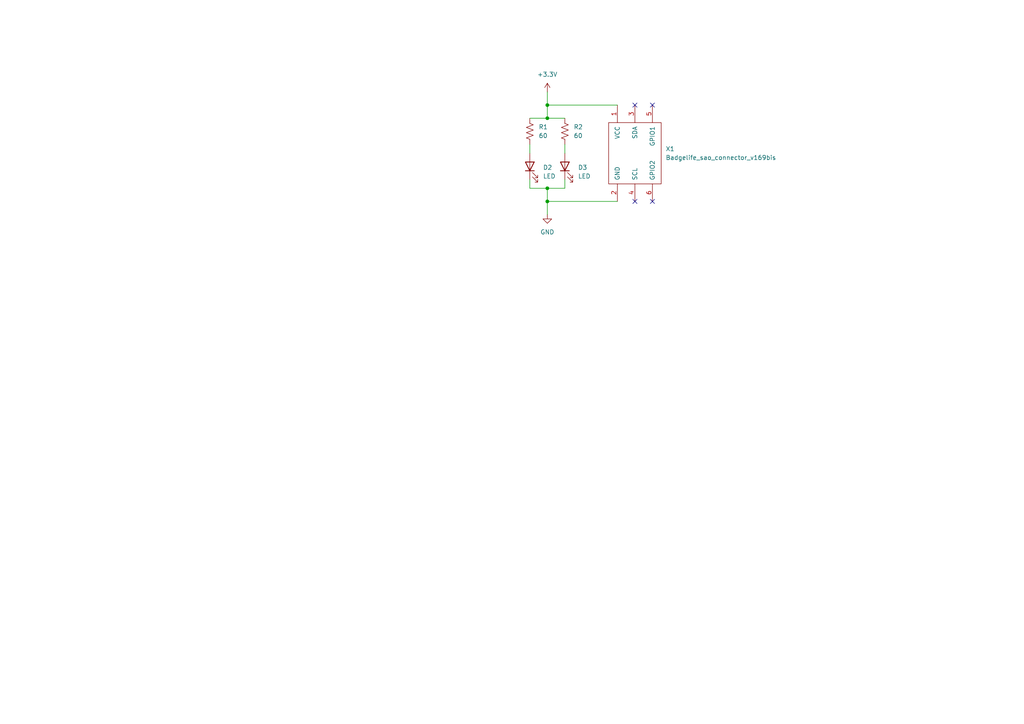
<source format=kicad_sch>
(kicad_sch (version 20231120) (generator "eeschema") (generator_version "8.0")
  (paper "A4")
  (lib_symbols
    (symbol "Device:LED" (pin_numbers hide) (pin_names (offset 1.016) hide)
      (property "Reference" "D" (at 0 2.54 0))
      (property "Value" "LED" (at 0 -2.54 0))
      (symbol "LED_0_1"
        (polyline (pts (xy -1.27 -1.27) (xy -1.27 1.27)) (stroke (width 0.254)))
        (polyline (pts (xy -1.27 0) (xy 1.27 0)))
        (polyline (pts (xy 1.27 -1.27) (xy 1.27 1.27) (xy -1.27 0) (xy 1.27 -1.27)) (stroke (width 0.254)))
        (polyline (pts (xy -3.048 -0.762) (xy -4.572 -2.286) (xy -3.81 -2.286) (xy -4.572 -2.286) (xy -4.572 -1.524)))
        (polyline (pts (xy -1.778 -0.762) (xy -3.302 -2.286) (xy -2.54 -2.286) (xy -3.302 -2.286) (xy -3.302 -1.524)))
      )
      (symbol "LED_1_1"
        (pin passive line (at -3.81 0 0) (length 2.54) (name "K") (number "1"))
        (pin passive line (at 3.81 0 180) (length 2.54) (name "A") (number "2"))
      )
    )
    (symbol "Device:R_US" (pin_numbers hide) (pin_names (offset 0))
      (property "Reference" "R" (at 2.54 0 90))
      (property "Value" "R_US" (at -2.54 0 90))
      (symbol "R_US_0_1"
        (polyline (pts (xy 0 -2.286) (xy 0 -2.54)))
        (polyline (pts (xy 0 2.286) (xy 0 2.54)))
        (polyline (pts (xy 0 -0.762) (xy 1.016 -1.143) (xy 0 -1.524) (xy -1.016 -1.905) (xy 0 -2.286)))
        (polyline (pts (xy 0 0.762) (xy 1.016 0.381) (xy 0 0) (xy -1.016 -0.381) (xy 0 -0.762)))
        (polyline (pts (xy 0 2.286) (xy 1.016 1.905) (xy 0 1.524) (xy -1.016 1.143) (xy 0 0.762)))
      )
      (symbol "R_US_1_1"
        (pin passive line (at 0 3.81 270) (length 1.27) (name "~") (number "1"))
        (pin passive line (at 0 -3.81 90) (length 1.27) (name "~") (number "2"))
      )
    )
    (symbol "badgelife_shitty_addon_v169bis:Badgelife_sao_connector_v169bis" (pin_names (offset 1.016))
      (property "Reference" "X" (at 0 0 0))
      (property "Value" "Badgelife_sao_connector_v169bis" (at 0 20.32 0))
      (symbol "Badgelife_sao_connector_v169bis_0_1"
        (rectangle (start -7.62 8.89) (end 7.62 -8.89))
      )
      (symbol "Badgelife_sao_connector_v169bis_1_1"
        (pin input line (at -5.08 13.97 270) (length 5.08) (name "VCC") (number "1"))
        (pin input line (at -5.08 -13.97 90) (length 5.08) (name "GND") (number "2"))
        (pin input line (at 0 13.97 270) (length 5.08) (name "SDA") (number "3"))
        (pin input line (at 0 -13.97 90) (length 5.08) (name "SCL") (number "4"))
        (pin input line (at 5.08 13.97 270) (length 5.08) (name "GPIO1") (number "5"))
        (pin input line (at 5.08 -13.97 90) (length 5.08) (name "GPIO2") (number "6"))
      )
    )
    (symbol "power:+3.3V" (power) (pin_numbers hide) (pin_names (offset 0) hide)
      (property "Value" "+3.3V" (at 0 3.556 0))
      (symbol "+3.3V_0_1"
        (polyline (pts (xy -0.762 1.27) (xy 0 2.54)))
        (polyline (pts (xy 0 0) (xy 0 2.54)))
        (polyline (pts (xy 0 2.54) (xy 0.762 1.27)))
      )
      (symbol "+3.3V_1_1"
        (pin power_in line (at 0 0 90) (length 0) (name "~") (number "1"))
      )
    )
    (symbol "power:GND" (power) (pin_numbers hide) (pin_names (offset 0) hide)
      (property "Value" "GND" (at 0 -3.81 0))
      (symbol "GND_0_1"
        (polyline (pts (xy 0 0) (xy 0 -1.27) (xy 1.27 -1.27) (xy 0 -2.54) (xy -1.27 -1.27) (xy 0 -1.27)))
      )
      (symbol "GND_1_1"
        (pin power_in line (at 0 0 270) (length 0) (name "~") (number "1"))
      )
    )
  )
  (junction (at 158.75 30.48))
  (junction (at 158.75 54.61))
  (junction (at 158.75 58.42))
  (junction (at 158.75 34.29))
  (no_connect (at 184.15 30.48))
  (no_connect (at 189.23 30.48))
  (no_connect (at 189.23 58.42))
  (no_connect (at 184.15 58.42))
  (wire (pts (xy 163.83 41.91) (xy 163.83 44.45)))
  (wire (pts (xy 153.67 52.07) (xy 153.67 54.61)))
  (wire (pts (xy 179.07 58.42) (xy 158.75 58.42)))
  (wire (pts (xy 158.75 30.48) (xy 158.75 34.29)))
  (wire (pts (xy 158.75 54.61) (xy 163.83 54.61)))
  (wire (pts (xy 153.67 41.91) (xy 153.67 44.45)))
  (wire (pts (xy 158.75 34.29) (xy 163.83 34.29)))
  (wire (pts (xy 158.75 58.42) (xy 158.75 54.61)))
  (wire (pts (xy 153.67 34.29) (xy 158.75 34.29)))
  (wire (pts (xy 158.75 62.23) (xy 158.75 58.42)))
  (wire (pts (xy 158.75 26.67) (xy 158.75 30.48)))
  (wire (pts (xy 153.67 54.61) (xy 158.75 54.61)))
  (wire (pts (xy 158.75 30.48) (xy 179.07 30.48)))
  (wire (pts (xy 163.83 54.61) (xy 163.83 52.07)))
  (symbol (lib_id "Device:LED") (at 153.67 48.26 90) (unit 1)
    (property "Reference" "D2" (at 157.48 48.5774 90) (effects (justify right)))
    (property "Value" "LED" (at 157.48 51.1174 90) (effects (justify right)))
    (property "Footprint" "BadgePirates_Common_Library-master:LED_Osram_Lx_P47F_D2mm_ReverseMount_Proper_Mask Only" (effects (hide yes)))
    (property "Description" "Light emitting diode" (effects (hide yes)))
  )
  (symbol (lib_id "power:+3.3V") (at 158.75 26.67 0) (unit 1)
    (property "Reference" "#PWR01" (effects (hide yes)))
    (property "Value" "+3.3V" (at 158.75 21.59 0))
    (property "Description" "Power symbol creates a global label with name \"+3.3V\"" (effects (hide yes)))
  )
  (symbol (lib_id "Device:R_US") (at 153.67 38.1 0) (unit 1)
    (property "Reference" "R1" (at 156.21 36.8299 0) (effects (justify left)))
    (property "Value" "60" (at 156.21 39.3699 0) (effects (justify left)))
    (property "Footprint" "Resistor_SMD:R_0805_2012Metric_Pad1.20x1.40mm_HandSolder" (effects (hide yes)))
    (property "Description" "Resistor, US symbol" (effects (hide yes)))
    (property "MFG" "YAGEO" (effects (hide yes)))
    (property "MPN" "RC0805JR-0756RL" (effects (hide yes)))
    (property "Vendor1" "LCSC" (effects (hide yes)))
    (property "Vendor PN 1" "C113305" (effects (hide yes)))
    (property "Vendor 2" "Digikey" (effects (hide yes)))
    (property "Vendor PN 2" "311-56ARCT-ND" (effects (hide yes)))
  )
  (symbol (lib_id "Device:R_US") (at 163.83 38.1 0) (unit 1)
    (property "Reference" "R2" (at 166.37 36.8299 0) (effects (justify left)))
    (property "Value" "60" (at 166.37 39.3699 0) (effects (justify left)))
    (property "Footprint" "Resistor_SMD:R_0805_2012Metric_Pad1.20x1.40mm_HandSolder" (effects (hide yes)))
    (property "Description" "Resistor, US symbol" (effects (hide yes)))
    (property "MFG" "YAGEO" (effects (hide yes)))
    (property "MPN" "RC0805JR-0756RL" (effects (hide yes)))
    (property "Vendor1" "LCSC" (effects (hide yes)))
    (property "Vendor PN 1" "C113305" (effects (hide yes)))
    (property "Vendor 2" "Digikey" (effects (hide yes)))
    (property "Vendor PN 2" "311-56ARCT-ND" (effects (hide yes)))
  )
  (symbol (lib_id "badgelife_shitty_addon_v169bis:Badgelife_sao_connector_v169bis") (at 184.15 44.45 0) (unit 1)
    (property "Reference" "X1" (at 193.04 43.1799 0) (effects (justify left)))
    (property "Value" "Badgelife_sao_connector_v169bis" (at 193.04 45.7199 0) (effects (justify left)))
    (property "Footprint" "BadgePirates_Common_Library-master:Badgelife-SAOv169-SAO_Side_B.SLK" (effects (hide yes)))
  )
  (symbol (lib_id "Device:LED") (at 163.83 48.26 90) (unit 1)
    (property "Reference" "D3" (at 167.64 48.5774 90) (effects (justify right)))
    (property "Value" "LED" (at 167.64 51.1174 90) (effects (justify right)))
    (property "Footprint" "BadgePirates_Common_Library-master:LED_Osram_Lx_P47F_D2mm_ReverseMount_Proper_Mask Only" (effects (hide yes)))
    (property "Description" "Light emitting diode" (effects (hide yes)))
  )
  (symbol (lib_id "power:GND") (at 158.75 62.23 0) (unit 1)
    (property "Reference" "#PWR02" (effects (hide yes)))
    (property "Value" "GND" (at 158.75 67.31 0))
    (property "Description" "Power symbol creates a global label with name \"GND\" , ground" (effects (hide yes)))
  )
)
</source>
